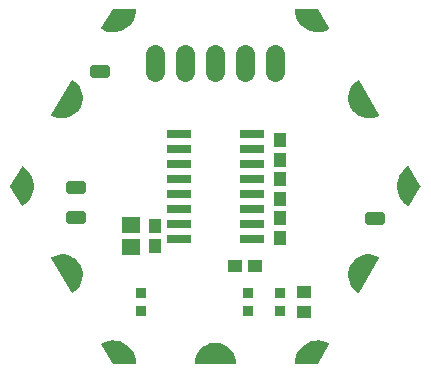
<source format=gbr>
G04 EAGLE Gerber RS-274X export*
G75*
%MOMM*%
%FSLAX34Y34*%
%LPD*%
%INSoldermask Top*%
%IPPOS*%
%AMOC8*
5,1,8,0,0,1.08239X$1,22.5*%
G01*
%ADD10R,0.901600X0.901600*%
%ADD11R,1.201600X1.101600*%
%ADD12C,0.605878*%
%ADD13C,1.101600*%
%ADD14R,1.601600X1.401600*%
%ADD15R,1.101600X1.201600*%
%ADD16R,2.133600X0.762000*%
%ADD17C,1.625600*%

G36*
X363739Y196217D02*
X363739Y196217D01*
X363768Y196214D01*
X363835Y196236D01*
X363905Y196250D01*
X363929Y196267D01*
X363957Y196276D01*
X364010Y196323D01*
X364069Y196363D01*
X364085Y196387D01*
X364107Y196407D01*
X364138Y196471D01*
X364176Y196530D01*
X364181Y196559D01*
X364193Y196585D01*
X364202Y196685D01*
X364209Y196727D01*
X364206Y196737D01*
X364208Y196751D01*
X363976Y199549D01*
X363966Y199583D01*
X363962Y199631D01*
X363273Y202352D01*
X363258Y202384D01*
X363246Y202430D01*
X362118Y205002D01*
X362098Y205030D01*
X362079Y205074D01*
X360543Y207425D01*
X360519Y207449D01*
X360493Y207490D01*
X358591Y209555D01*
X358563Y209576D01*
X358530Y209611D01*
X356315Y211336D01*
X356284Y211351D01*
X356246Y211381D01*
X353776Y212717D01*
X353743Y212727D01*
X353701Y212750D01*
X352515Y213158D01*
X351061Y213657D01*
X351045Y213662D01*
X351011Y213667D01*
X350965Y213682D01*
X348196Y214144D01*
X348161Y214143D01*
X348114Y214151D01*
X345306Y214151D01*
X345272Y214144D01*
X345224Y214144D01*
X342455Y213682D01*
X342422Y213670D01*
X342375Y213662D01*
X339719Y212750D01*
X339689Y212733D01*
X339644Y212717D01*
X337174Y211381D01*
X337148Y211359D01*
X337105Y211336D01*
X334890Y209611D01*
X334867Y209585D01*
X334829Y209555D01*
X332927Y207490D01*
X332909Y207460D01*
X332877Y207425D01*
X331341Y205074D01*
X331328Y205042D01*
X331302Y205002D01*
X330174Y202430D01*
X330167Y202397D01*
X330164Y202390D01*
X330158Y202381D01*
X330157Y202375D01*
X330147Y202352D01*
X329458Y199631D01*
X329456Y199596D01*
X329444Y199549D01*
X329212Y196751D01*
X329216Y196722D01*
X329211Y196693D01*
X329228Y196624D01*
X329236Y196554D01*
X329250Y196528D01*
X329257Y196500D01*
X329299Y196443D01*
X329334Y196381D01*
X329358Y196363D01*
X329375Y196340D01*
X329436Y196304D01*
X329493Y196261D01*
X329521Y196253D01*
X329546Y196238D01*
X329644Y196222D01*
X329685Y196211D01*
X329696Y196213D01*
X329710Y196211D01*
X363710Y196211D01*
X363739Y196217D01*
G37*
G36*
X225317Y256520D02*
X225317Y256520D01*
X225388Y256517D01*
X225415Y256527D01*
X225444Y256529D01*
X225534Y256571D01*
X225574Y256586D01*
X225582Y256594D01*
X225595Y256600D01*
X227898Y258199D01*
X227922Y258225D01*
X227962Y258252D01*
X229971Y260209D01*
X229990Y260238D01*
X230025Y260271D01*
X231684Y262532D01*
X231699Y262563D01*
X231728Y262602D01*
X232992Y265105D01*
X233001Y265139D01*
X233023Y265182D01*
X233859Y267859D01*
X233862Y267893D01*
X233877Y267939D01*
X234260Y270718D01*
X234258Y270752D01*
X234264Y270800D01*
X234185Y273603D01*
X234177Y273637D01*
X234176Y273685D01*
X233637Y276437D01*
X233623Y276469D01*
X233614Y276517D01*
X232629Y279142D01*
X232614Y279167D01*
X232609Y279187D01*
X232601Y279198D01*
X232594Y279217D01*
X231190Y281645D01*
X231167Y281671D01*
X231143Y281713D01*
X229359Y283876D01*
X229332Y283898D01*
X229301Y283935D01*
X227185Y285776D01*
X227155Y285793D01*
X227119Y285825D01*
X224728Y287292D01*
X224696Y287303D01*
X224655Y287329D01*
X222056Y288382D01*
X222022Y288389D01*
X221977Y288407D01*
X219240Y289018D01*
X219205Y289019D01*
X219158Y289030D01*
X216358Y289182D01*
X216324Y289177D01*
X216276Y289180D01*
X213488Y288870D01*
X213455Y288859D01*
X213407Y288854D01*
X210709Y288089D01*
X210679Y288073D01*
X210632Y288060D01*
X208097Y286861D01*
X208073Y286844D01*
X208046Y286834D01*
X207994Y286785D01*
X207937Y286742D01*
X207923Y286717D01*
X207902Y286697D01*
X207873Y286632D01*
X207837Y286571D01*
X207834Y286542D01*
X207822Y286515D01*
X207821Y286444D01*
X207812Y286373D01*
X207820Y286345D01*
X207820Y286316D01*
X207854Y286223D01*
X207866Y286182D01*
X207873Y286173D01*
X207878Y286160D01*
X224878Y256760D01*
X224897Y256738D01*
X224910Y256712D01*
X224963Y256664D01*
X225010Y256611D01*
X225036Y256599D01*
X225058Y256579D01*
X225125Y256556D01*
X225189Y256526D01*
X225218Y256524D01*
X225246Y256515D01*
X225317Y256520D01*
G37*
G36*
X477096Y404243D02*
X477096Y404243D01*
X477144Y404240D01*
X479932Y404550D01*
X479965Y404561D01*
X480013Y404566D01*
X482711Y405331D01*
X482741Y405347D01*
X482788Y405360D01*
X485323Y406559D01*
X485347Y406576D01*
X485374Y406586D01*
X485426Y406635D01*
X485483Y406678D01*
X485497Y406703D01*
X485519Y406723D01*
X485547Y406788D01*
X485583Y406850D01*
X485586Y406878D01*
X485598Y406905D01*
X485599Y406976D01*
X485608Y407047D01*
X485600Y407075D01*
X485600Y407104D01*
X485566Y407197D01*
X485554Y407238D01*
X485547Y407247D01*
X485542Y407260D01*
X468542Y436660D01*
X468523Y436682D01*
X468510Y436708D01*
X468457Y436756D01*
X468410Y436809D01*
X468384Y436821D01*
X468362Y436841D01*
X468295Y436864D01*
X468231Y436894D01*
X468202Y436896D01*
X468174Y436905D01*
X468103Y436900D01*
X468032Y436903D01*
X468005Y436893D01*
X467976Y436891D01*
X467886Y436849D01*
X467846Y436834D01*
X467838Y436826D01*
X467825Y436820D01*
X465522Y435221D01*
X465498Y435196D01*
X465458Y435168D01*
X463449Y433211D01*
X463430Y433182D01*
X463395Y433149D01*
X461736Y430888D01*
X461721Y430857D01*
X461692Y430818D01*
X460428Y428315D01*
X460419Y428281D01*
X460397Y428238D01*
X459561Y425561D01*
X459558Y425527D01*
X459543Y425481D01*
X459160Y422702D01*
X459162Y422668D01*
X459156Y422620D01*
X459235Y419817D01*
X459243Y419783D01*
X459244Y419735D01*
X459783Y416983D01*
X459797Y416951D01*
X459806Y416903D01*
X460791Y414278D01*
X460809Y414248D01*
X460826Y414203D01*
X462230Y411775D01*
X462253Y411749D01*
X462277Y411708D01*
X464061Y409544D01*
X464088Y409522D01*
X464119Y409485D01*
X466235Y407644D01*
X466265Y407627D01*
X466301Y407596D01*
X468692Y406128D01*
X468724Y406117D01*
X468765Y406091D01*
X471364Y405038D01*
X471398Y405031D01*
X471443Y405013D01*
X474180Y404402D01*
X474215Y404401D01*
X474262Y404390D01*
X477062Y404238D01*
X477096Y404243D01*
G37*
G36*
X468136Y256521D02*
X468136Y256521D01*
X468207Y256520D01*
X468234Y256531D01*
X468263Y256535D01*
X468325Y256569D01*
X468390Y256597D01*
X468411Y256618D01*
X468436Y256632D01*
X468499Y256708D01*
X468529Y256739D01*
X468533Y256749D01*
X468542Y256760D01*
X485542Y286160D01*
X485551Y286188D01*
X485568Y286212D01*
X485583Y286281D01*
X485605Y286349D01*
X485603Y286378D01*
X485609Y286406D01*
X485596Y286476D01*
X485590Y286547D01*
X485577Y286573D01*
X485571Y286601D01*
X485531Y286660D01*
X485499Y286723D01*
X485476Y286742D01*
X485460Y286766D01*
X485378Y286823D01*
X485345Y286850D01*
X485335Y286853D01*
X485323Y286861D01*
X482788Y288060D01*
X482754Y288068D01*
X482711Y288089D01*
X480013Y288854D01*
X479978Y288856D01*
X479932Y288870D01*
X477144Y289180D01*
X477110Y289177D01*
X477062Y289182D01*
X474262Y289030D01*
X474228Y289021D01*
X474180Y289018D01*
X471443Y288407D01*
X471411Y288393D01*
X471364Y288382D01*
X468765Y287329D01*
X468736Y287310D01*
X468692Y287292D01*
X466301Y285825D01*
X466276Y285801D01*
X466235Y285776D01*
X464119Y283935D01*
X464098Y283908D01*
X464061Y283876D01*
X462277Y281713D01*
X462261Y281682D01*
X462230Y281645D01*
X460826Y279217D01*
X460815Y279184D01*
X460808Y279171D01*
X460798Y279157D01*
X460798Y279154D01*
X460791Y279142D01*
X459806Y276517D01*
X459800Y276482D01*
X459783Y276437D01*
X459244Y273685D01*
X459244Y273651D01*
X459235Y273603D01*
X459156Y270800D01*
X459162Y270766D01*
X459160Y270718D01*
X459543Y267939D01*
X459555Y267907D01*
X459561Y267859D01*
X460397Y265182D01*
X460414Y265151D01*
X460428Y265105D01*
X461692Y262602D01*
X461714Y262575D01*
X461736Y262532D01*
X463395Y260271D01*
X463421Y260248D01*
X463449Y260209D01*
X465458Y258252D01*
X465487Y258233D01*
X465522Y258199D01*
X467825Y256600D01*
X467852Y256588D01*
X467875Y256570D01*
X467943Y256549D01*
X468008Y256521D01*
X468037Y256521D01*
X468065Y256513D01*
X468136Y256521D01*
G37*
G36*
X219158Y404390D02*
X219158Y404390D01*
X219192Y404399D01*
X219240Y404402D01*
X221977Y405013D01*
X222009Y405027D01*
X222056Y405038D01*
X224655Y406091D01*
X224684Y406110D01*
X224728Y406128D01*
X227119Y407596D01*
X227144Y407619D01*
X227185Y407644D01*
X229301Y409485D01*
X229322Y409512D01*
X229359Y409544D01*
X231143Y411708D01*
X231159Y411738D01*
X231190Y411775D01*
X232594Y414203D01*
X232605Y414236D01*
X232629Y414278D01*
X233614Y416903D01*
X233620Y416938D01*
X233637Y416983D01*
X234176Y419735D01*
X234176Y419770D01*
X234185Y419817D01*
X234264Y422620D01*
X234259Y422654D01*
X234260Y422702D01*
X233877Y425481D01*
X233865Y425513D01*
X233859Y425561D01*
X233023Y428238D01*
X233006Y428269D01*
X232992Y428315D01*
X231728Y430818D01*
X231706Y430845D01*
X231684Y430888D01*
X230025Y433149D01*
X229999Y433172D01*
X229971Y433211D01*
X227962Y435168D01*
X227933Y435187D01*
X227898Y435221D01*
X225595Y436820D01*
X225568Y436832D01*
X225545Y436850D01*
X225477Y436871D01*
X225412Y436899D01*
X225383Y436899D01*
X225355Y436907D01*
X225284Y436899D01*
X225213Y436900D01*
X225186Y436889D01*
X225157Y436885D01*
X225095Y436851D01*
X225030Y436823D01*
X225009Y436802D01*
X224984Y436788D01*
X224921Y436712D01*
X224891Y436681D01*
X224887Y436671D01*
X224878Y436660D01*
X207878Y407260D01*
X207869Y407232D01*
X207852Y407208D01*
X207837Y407139D01*
X207815Y407071D01*
X207817Y407042D01*
X207811Y407014D01*
X207824Y406944D01*
X207830Y406873D01*
X207843Y406847D01*
X207849Y406819D01*
X207889Y406760D01*
X207921Y406697D01*
X207944Y406678D01*
X207960Y406654D01*
X208042Y406597D01*
X208075Y406570D01*
X208085Y406567D01*
X208097Y406559D01*
X210632Y405360D01*
X210666Y405352D01*
X210709Y405331D01*
X213407Y404566D01*
X213442Y404564D01*
X213488Y404550D01*
X216276Y404240D01*
X216310Y404243D01*
X216358Y404238D01*
X219158Y404390D01*
G37*
G36*
X510437Y329721D02*
X510437Y329721D01*
X510508Y329721D01*
X510535Y329732D01*
X510564Y329735D01*
X510626Y329770D01*
X510691Y329798D01*
X510712Y329818D01*
X510737Y329833D01*
X510800Y329910D01*
X510830Y329940D01*
X510834Y329950D01*
X510843Y329961D01*
X520343Y346461D01*
X520353Y346493D01*
X520362Y346506D01*
X520366Y346530D01*
X520367Y346534D01*
X520398Y346604D01*
X520398Y346628D01*
X520406Y346650D01*
X520400Y346726D01*
X520401Y346803D01*
X520391Y346827D01*
X520390Y346848D01*
X520369Y346887D01*
X520343Y346959D01*
X510843Y363459D01*
X510824Y363481D01*
X510811Y363507D01*
X510758Y363555D01*
X510711Y363608D01*
X510685Y363621D01*
X510664Y363640D01*
X510596Y363663D01*
X510532Y363694D01*
X510503Y363696D01*
X510476Y363705D01*
X510404Y363700D01*
X510333Y363703D01*
X510306Y363693D01*
X510277Y363691D01*
X510187Y363649D01*
X510147Y363634D01*
X510139Y363627D01*
X510126Y363621D01*
X507603Y361879D01*
X507579Y361855D01*
X507541Y361828D01*
X505329Y359704D01*
X505310Y359676D01*
X505276Y359644D01*
X503434Y357193D01*
X503420Y357162D01*
X503391Y357125D01*
X501966Y354410D01*
X501957Y354379D01*
X501941Y354354D01*
X501940Y354346D01*
X501935Y354336D01*
X500964Y351428D01*
X500960Y351394D01*
X500945Y351350D01*
X500453Y348323D01*
X500454Y348289D01*
X500446Y348243D01*
X500446Y345177D01*
X500447Y345173D01*
X500447Y345171D01*
X500453Y345144D01*
X500453Y345097D01*
X500945Y342070D01*
X500957Y342039D01*
X500964Y341992D01*
X501935Y339084D01*
X501952Y339055D01*
X501966Y339010D01*
X503391Y336295D01*
X503413Y336269D01*
X503434Y336227D01*
X505276Y333776D01*
X505301Y333753D01*
X505329Y333716D01*
X507541Y331592D01*
X507569Y331574D01*
X507603Y331541D01*
X510126Y329799D01*
X510153Y329788D01*
X510175Y329769D01*
X510244Y329749D01*
X510309Y329721D01*
X510338Y329721D01*
X510366Y329713D01*
X510437Y329721D01*
G37*
G36*
X183016Y329720D02*
X183016Y329720D01*
X183087Y329717D01*
X183114Y329727D01*
X183143Y329729D01*
X183233Y329771D01*
X183273Y329786D01*
X183281Y329793D01*
X183294Y329799D01*
X185817Y331541D01*
X185841Y331565D01*
X185879Y331592D01*
X188091Y333716D01*
X188110Y333744D01*
X188144Y333776D01*
X189986Y336227D01*
X190000Y336258D01*
X190029Y336295D01*
X191454Y339010D01*
X191463Y339043D01*
X191485Y339084D01*
X192456Y341992D01*
X192460Y342026D01*
X192475Y342070D01*
X192967Y345097D01*
X192966Y345131D01*
X192974Y345177D01*
X192974Y348243D01*
X192967Y348276D01*
X192967Y348323D01*
X192475Y351350D01*
X192463Y351381D01*
X192456Y351428D01*
X191485Y354336D01*
X191472Y354359D01*
X191466Y354384D01*
X191459Y354393D01*
X191454Y354410D01*
X190029Y357125D01*
X190007Y357151D01*
X189986Y357193D01*
X188144Y359644D01*
X188119Y359667D01*
X188091Y359704D01*
X185879Y361828D01*
X185851Y361846D01*
X185817Y361879D01*
X183294Y363621D01*
X183267Y363632D01*
X183245Y363651D01*
X183176Y363671D01*
X183111Y363699D01*
X183082Y363699D01*
X183054Y363707D01*
X182983Y363699D01*
X182912Y363700D01*
X182885Y363688D01*
X182856Y363685D01*
X182794Y363650D01*
X182729Y363622D01*
X182708Y363602D01*
X182683Y363587D01*
X182620Y363510D01*
X182590Y363480D01*
X182586Y363470D01*
X182577Y363459D01*
X173077Y346959D01*
X173053Y346886D01*
X173022Y346816D01*
X173022Y346792D01*
X173014Y346770D01*
X173021Y346694D01*
X173020Y346617D01*
X173029Y346593D01*
X173030Y346572D01*
X173051Y346533D01*
X173070Y346481D01*
X173071Y346475D01*
X173073Y346473D01*
X173077Y346461D01*
X182577Y329961D01*
X182596Y329939D01*
X182609Y329913D01*
X182662Y329865D01*
X182709Y329812D01*
X182735Y329799D01*
X182757Y329780D01*
X182824Y329757D01*
X182888Y329726D01*
X182917Y329725D01*
X182944Y329715D01*
X183016Y329720D01*
G37*
G36*
X433386Y196226D02*
X433386Y196226D01*
X433464Y196235D01*
X433483Y196246D01*
X433505Y196250D01*
X433569Y196294D01*
X433637Y196333D01*
X433653Y196352D01*
X433669Y196363D01*
X433693Y196401D01*
X433743Y196461D01*
X443243Y212961D01*
X443252Y212988D01*
X443268Y213012D01*
X443283Y213082D01*
X443306Y213150D01*
X443303Y213178D01*
X443309Y213206D01*
X443296Y213277D01*
X443290Y213348D01*
X443277Y213373D01*
X443271Y213401D01*
X443231Y213461D01*
X443198Y213524D01*
X443176Y213542D01*
X443160Y213566D01*
X443077Y213624D01*
X443045Y213651D01*
X443034Y213654D01*
X443024Y213661D01*
X440258Y214970D01*
X440225Y214978D01*
X440182Y214998D01*
X437242Y215846D01*
X437208Y215849D01*
X437164Y215862D01*
X434126Y216227D01*
X434092Y216224D01*
X434045Y216230D01*
X430988Y216103D01*
X430955Y216095D01*
X430908Y216094D01*
X427911Y215478D01*
X427880Y215465D01*
X427834Y215456D01*
X424974Y214367D01*
X424946Y214349D01*
X424902Y214333D01*
X422254Y212799D01*
X422228Y212777D01*
X422188Y212754D01*
X419820Y210816D01*
X419798Y210789D01*
X419762Y210760D01*
X417735Y208467D01*
X417719Y208438D01*
X417687Y208403D01*
X416055Y205815D01*
X416043Y205783D01*
X416018Y205744D01*
X414822Y202927D01*
X414815Y202894D01*
X414812Y202887D01*
X414808Y202881D01*
X414807Y202875D01*
X414796Y202851D01*
X414068Y199879D01*
X414066Y199845D01*
X414055Y199800D01*
X413812Y196750D01*
X413816Y196721D01*
X413811Y196693D01*
X413828Y196624D01*
X413836Y196552D01*
X413851Y196528D01*
X413857Y196500D01*
X413900Y196442D01*
X413936Y196380D01*
X413958Y196363D01*
X413975Y196340D01*
X414037Y196303D01*
X414094Y196260D01*
X414122Y196253D01*
X414146Y196238D01*
X414246Y196222D01*
X414287Y196211D01*
X414297Y196213D01*
X414310Y196211D01*
X433310Y196211D01*
X433386Y196226D01*
G37*
G36*
X434079Y477195D02*
X434079Y477195D01*
X434126Y477193D01*
X437164Y477558D01*
X437196Y477569D01*
X437242Y477574D01*
X440182Y478422D01*
X440212Y478438D01*
X440258Y478450D01*
X443024Y479759D01*
X443046Y479776D01*
X443073Y479786D01*
X443125Y479835D01*
X443183Y479878D01*
X443197Y479903D01*
X443218Y479922D01*
X443247Y479988D01*
X443283Y480050D01*
X443286Y480078D01*
X443298Y480104D01*
X443299Y480176D01*
X443308Y480247D01*
X443300Y480274D01*
X443301Y480303D01*
X443265Y480398D01*
X443254Y480438D01*
X443247Y480447D01*
X443243Y480459D01*
X433743Y496959D01*
X433691Y497018D01*
X433645Y497080D01*
X433626Y497091D01*
X433611Y497108D01*
X433541Y497142D01*
X433474Y497182D01*
X433450Y497186D01*
X433432Y497194D01*
X433387Y497196D01*
X433310Y497209D01*
X414310Y497209D01*
X414282Y497204D01*
X414254Y497206D01*
X414186Y497184D01*
X414115Y497170D01*
X414092Y497154D01*
X414065Y497145D01*
X414010Y497098D01*
X413951Y497057D01*
X413936Y497033D01*
X413915Y497015D01*
X413883Y496950D01*
X413844Y496890D01*
X413839Y496862D01*
X413827Y496836D01*
X413818Y496735D01*
X413811Y496693D01*
X413813Y496683D01*
X413812Y496670D01*
X414055Y493620D01*
X414064Y493588D01*
X414068Y493541D01*
X414796Y490569D01*
X414811Y490538D01*
X414822Y490493D01*
X416018Y487676D01*
X416037Y487648D01*
X416055Y487605D01*
X417687Y485017D01*
X417711Y484993D01*
X417735Y484953D01*
X419762Y482660D01*
X419789Y482640D01*
X419820Y482604D01*
X422188Y480666D01*
X422218Y480650D01*
X422254Y480621D01*
X424902Y479088D01*
X424934Y479077D01*
X424974Y479053D01*
X427834Y477965D01*
X427867Y477959D01*
X427911Y477942D01*
X430908Y477326D01*
X430942Y477326D01*
X430988Y477317D01*
X434045Y477190D01*
X434079Y477195D01*
G37*
G36*
X279138Y196216D02*
X279138Y196216D01*
X279166Y196214D01*
X279234Y196236D01*
X279305Y196250D01*
X279328Y196266D01*
X279355Y196275D01*
X279410Y196322D01*
X279469Y196363D01*
X279484Y196387D01*
X279506Y196405D01*
X279537Y196470D01*
X279576Y196530D01*
X279581Y196558D01*
X279593Y196584D01*
X279602Y196685D01*
X279609Y196727D01*
X279607Y196737D01*
X279608Y196750D01*
X279365Y199800D01*
X279356Y199832D01*
X279352Y199879D01*
X278624Y202851D01*
X278609Y202882D01*
X278598Y202927D01*
X277402Y205744D01*
X277383Y205772D01*
X277365Y205815D01*
X275733Y208403D01*
X275709Y208427D01*
X275685Y208467D01*
X273658Y210760D01*
X273631Y210780D01*
X273600Y210816D01*
X271233Y212754D01*
X271202Y212770D01*
X271166Y212799D01*
X268518Y214333D01*
X268486Y214343D01*
X268446Y214367D01*
X265586Y215456D01*
X265553Y215461D01*
X265509Y215478D01*
X262512Y216094D01*
X262478Y216094D01*
X262432Y216103D01*
X259375Y216230D01*
X259341Y216225D01*
X259294Y216227D01*
X256256Y215862D01*
X256224Y215851D01*
X256178Y215846D01*
X253238Y214998D01*
X253208Y214982D01*
X253163Y214970D01*
X250397Y213661D01*
X250374Y213644D01*
X250347Y213634D01*
X250295Y213585D01*
X250237Y213542D01*
X250223Y213517D01*
X250202Y213498D01*
X250173Y213432D01*
X250137Y213370D01*
X250134Y213342D01*
X250122Y213316D01*
X250121Y213244D01*
X250112Y213173D01*
X250120Y213146D01*
X250120Y213117D01*
X250155Y213022D01*
X250166Y212982D01*
X250173Y212973D01*
X250177Y212961D01*
X259677Y196461D01*
X259729Y196403D01*
X259775Y196340D01*
X259794Y196329D01*
X259809Y196312D01*
X259879Y196278D01*
X259946Y196238D01*
X259971Y196234D01*
X259988Y196226D01*
X260033Y196224D01*
X260110Y196211D01*
X279110Y196211D01*
X279138Y196216D01*
G37*
G36*
X262432Y477317D02*
X262432Y477317D01*
X262465Y477325D01*
X262512Y477326D01*
X265509Y477942D01*
X265540Y477955D01*
X265586Y477965D01*
X268446Y479053D01*
X268475Y479071D01*
X268518Y479088D01*
X271166Y480621D01*
X271192Y480643D01*
X271233Y480666D01*
X273600Y482604D01*
X273622Y482631D01*
X273658Y482660D01*
X275685Y484953D01*
X275702Y484982D01*
X275733Y485017D01*
X277365Y487605D01*
X277377Y487637D01*
X277402Y487676D01*
X278598Y490493D01*
X278605Y490526D01*
X278624Y490569D01*
X279352Y493541D01*
X279354Y493575D01*
X279365Y493620D01*
X279608Y496670D01*
X279604Y496699D01*
X279609Y496727D01*
X279592Y496796D01*
X279584Y496868D01*
X279570Y496892D01*
X279563Y496920D01*
X279520Y496978D01*
X279485Y497040D01*
X279462Y497057D01*
X279445Y497080D01*
X279383Y497117D01*
X279326Y497160D01*
X279298Y497167D01*
X279274Y497182D01*
X279174Y497198D01*
X279133Y497209D01*
X279123Y497207D01*
X279110Y497209D01*
X260110Y497209D01*
X260034Y497194D01*
X259956Y497185D01*
X259937Y497174D01*
X259915Y497170D01*
X259851Y497126D01*
X259783Y497087D01*
X259767Y497068D01*
X259751Y497057D01*
X259727Y497019D01*
X259677Y496959D01*
X250177Y480459D01*
X250168Y480432D01*
X250152Y480408D01*
X250137Y480338D01*
X250114Y480270D01*
X250117Y480242D01*
X250111Y480214D01*
X250125Y480144D01*
X250130Y480072D01*
X250143Y480047D01*
X250149Y480019D01*
X250189Y479959D01*
X250222Y479896D01*
X250244Y479878D01*
X250260Y479854D01*
X250343Y479796D01*
X250375Y479769D01*
X250386Y479766D01*
X250397Y479759D01*
X253163Y478450D01*
X253196Y478442D01*
X253238Y478422D01*
X256178Y477574D01*
X256212Y477571D01*
X256256Y477558D01*
X259294Y477193D01*
X259328Y477196D01*
X259375Y477190D01*
X262432Y477317D01*
G37*
D10*
X283401Y256148D03*
X283401Y241148D03*
D11*
X421655Y256916D03*
X421655Y239916D03*
D12*
X233571Y323027D02*
X222613Y323027D01*
X233571Y323027D02*
X233571Y318069D01*
X222613Y318069D01*
X222613Y323027D01*
X222613Y343469D02*
X233571Y343469D01*
X222613Y343469D02*
X222613Y348427D01*
X233571Y348427D01*
X233571Y343469D01*
X243187Y442021D02*
X254145Y442021D01*
X243187Y442021D02*
X243187Y446979D01*
X254145Y446979D01*
X254145Y442021D01*
X476263Y317764D02*
X487221Y317764D01*
X476263Y317764D02*
X476263Y322722D01*
X487221Y322722D01*
X487221Y317764D01*
D13*
X429310Y489810D03*
X511910Y346710D03*
X429310Y203610D03*
X264110Y203610D03*
X181510Y346710D03*
X264110Y489810D03*
X470610Y418210D03*
X470610Y275210D03*
X346710Y203610D03*
X222810Y275210D03*
X222810Y418210D03*
D14*
X275590Y295300D03*
X275590Y314300D03*
D15*
X295910Y296300D03*
X295910Y313300D03*
D10*
X374650Y256420D03*
X374650Y241420D03*
X401320Y256420D03*
X401320Y241420D03*
D16*
X377444Y302260D03*
X315976Y302260D03*
X377444Y314960D03*
X377444Y327660D03*
X315976Y314960D03*
X315976Y327660D03*
X377444Y340360D03*
X315976Y340360D03*
X377444Y353060D03*
X315976Y353060D03*
X377444Y365760D03*
X377444Y378460D03*
X315976Y365760D03*
X315976Y378460D03*
X377444Y391160D03*
X315976Y391160D03*
D17*
X295910Y443230D02*
X295910Y458470D01*
X321310Y458470D02*
X321310Y443230D01*
X346710Y443230D02*
X346710Y458470D01*
X372110Y458470D02*
X372110Y443230D01*
X397510Y443230D02*
X397510Y458470D01*
D11*
X363610Y279400D03*
X380610Y279400D03*
D15*
X401320Y368690D03*
X401320Y385690D03*
X401320Y319650D03*
X401320Y302650D03*
X401320Y352670D03*
X401320Y335670D03*
M02*

</source>
